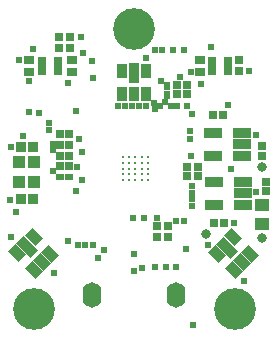
<source format=gbr>
%FSTAX25Y25*%
%MOIN*%
%SFA1B1*%

%IPPOS*%
%AMD76*
4,1,4,-0.003800,0.029600,-0.029600,0.003800,0.003800,-0.029600,0.029600,-0.003800,-0.003800,0.029600,0.0*
%
%AMD77*
4,1,4,-0.004900,0.028500,-0.028500,0.004900,0.004900,-0.028500,0.028500,-0.004900,-0.004900,0.028500,0.0*
%
%AMD78*
4,1,4,-0.011900,0.035500,-0.035500,0.011900,0.011900,-0.035500,0.035500,-0.011900,-0.011900,0.035500,0.0*
%
%ADD37C,0.024000*%
%ADD50R,0.028472X0.028472*%
%ADD51R,0.019811X0.027685*%
%ADD52R,0.028472X0.028472*%
%ADD56R,0.025716X0.029654*%
%ADD63O,0.063118X0.084772*%
%ADD64C,0.139000*%
%ADD65C,0.032000*%
%ADD68R,0.036346X0.036346*%
%ADD69R,0.039496X0.043433*%
%ADD70R,0.059181X0.035559*%
%ADD71C,0.012937*%
%ADD72R,0.033591X0.029654*%
%ADD73R,0.029654X0.025716*%
%ADD74R,0.025716X0.019811*%
%ADD75R,0.027685X0.019811*%
G04~CAMADD=76~9~0.0~0.0~365.4~473.7~0.0~0.0~0~0.0~0.0~0.0~0.0~0~0.0~0.0~0.0~0.0~0~0.0~0.0~0.0~45.0~592.0~591.0*
%ADD76D76*%
G04~CAMADD=77~9~0.0~0.0~335.9~473.7~0.0~0.0~0~0.0~0.0~0.0~0.0~0~0.0~0.0~0.0~0.0~0~0.0~0.0~0.0~45.0~570.0~569.0*
%ADD77D77*%
G04~CAMADD=78~9~0.0~0.0~335.9~670.5~0.0~0.0~0~0.0~0.0~0.0~0.0~0~0.0~0.0~0.0~0.0~0~0.0~0.0~0.0~45.0~710.0~709.0*
%ADD78D78*%
%ADD79R,0.036543X0.047370*%
%ADD80R,0.033591X0.047370*%
%ADD81R,0.033591X0.067055*%
%ADD82R,0.047370X0.043433*%
%LNdigit_soldermask_top-1*%
%LPD*%
G54D37*
X0055905Y008061D03*
X0053149Y0079527D03*
X0056049Y0078523D03*
X0050787Y0079527D03*
X00581Y0087795D03*
X0048425Y0079527D03*
X0057874D03*
X0061417D03*
X004872Y0042027D03*
X0052657Y0042126D03*
X0056889Y0042322D03*
X0037007Y0028697D03*
X00298Y0051193D03*
X0017571Y0077328D03*
X00562Y00981D03*
X00645Y00891D03*
X00737Y00332D03*
X00082Y00357D03*
X00531Y00954D03*
X00683Y0091D03*
X00353Y0094488D03*
X0032283Y00973D03*
X00108Y00949D03*
X0033Y00331D03*
X00304D03*
X00354D03*
X0068925Y0006625D03*
X00299Y0078D03*
X00354Y00887D03*
X00391Y0031416D03*
X0062204Y00983D03*
X0058661Y0098155D03*
X0065748Y0098148D03*
X00081Y0065748D03*
X00079Y0048275D03*
X00155Y00986D03*
X00273Y00871D03*
X00748Y00991D03*
X00715Y00869D03*
X00814Y0058439D03*
X00804Y0079704D03*
X00899Y00697D03*
X009Y00507D03*
X00825Y00406D03*
X0049212Y00303D03*
X0063287Y0026D03*
X00598D03*
X00272Y00345D03*
X00121Y00695D03*
X00141Y00774D03*
Y00879D03*
X00226Y00239D03*
X0031462Y0102362D03*
X00875Y0091141D03*
X008582Y00212D03*
X0032Y00641D03*
X00318Y0054724D03*
X00097Y00441D03*
X0049212Y00246D03*
X00518Y00254D03*
X00209Y00737D03*
Y00715D03*
X0059645Y0080807D03*
X0022037Y0057937D03*
X0066389Y0031889D03*
X00563Y0026D03*
X00682Y00627D03*
X00221Y00667D03*
Y00647D03*
X00437Y00794D03*
X00461D03*
X00678Y00686D03*
X00686Y00462D03*
Y0048425D03*
Y00506D03*
Y0052845D03*
X00678Y00712D03*
X0031Y00685D03*
X00686Y0077D03*
X00669Y00795D03*
X00636Y00796D03*
X0063287Y0041338D03*
X0065748D03*
X0030315Y0059055D03*
G54D50*
X007874Y0076377D03*
X007559D03*
X0079133Y0040551D03*
X0075984D03*
X0024409Y0066535D03*
X0027559D03*
X0024409Y0070078D03*
X0027559D03*
X0024409Y0062992D03*
X0027559D03*
X0024409Y0059448D03*
X0027559D03*
G54D51*
X0060236Y0083267D03*
Y0086023D03*
G54D52*
X0091732Y0066141D03*
Y0062992D03*
X00931Y0051125D03*
Y0054274D03*
X0066899Y0056115D03*
Y0059264D03*
X0070442Y0056115D03*
Y0059264D03*
X0066929Y0086614D03*
Y0083464D03*
X0063385Y0086614D03*
Y0083464D03*
G54D56*
X0060433Y003937D03*
X0056889D03*
X0060433Y00357D03*
X0056889D03*
X0024212Y0102362D03*
X0027755D03*
X0024212Y0098818D03*
X0027755D03*
G54D63*
X0063287Y0016358D03*
X0035137D03*
G54D64*
X0049212Y0105118D03*
X0015748Y001181D03*
X0082677D03*
G54D65*
X0091732Y00592D03*
X0073228Y0037D03*
X0091732Y0035632D03*
G54D68*
X0011417Y0065748D03*
X0015354D03*
X0011417Y0048425D03*
X0015354D03*
G54D69*
X0010925Y0060728D03*
Y0054232D03*
X0015846Y0060728D03*
Y0054232D03*
G54D70*
X0085039Y0062992D03*
Y0066732D03*
Y0070472D03*
X007559D03*
Y0062992D03*
X0085433Y0046653D03*
Y0050393D03*
Y0054133D03*
X0075984D03*
Y0046653D03*
G54D71*
X0053858Y0062598D03*
Y0060629D03*
Y0058661D03*
Y0056692D03*
Y0054724D03*
X0051732Y0062598D03*
Y0060629D03*
Y0058661D03*
Y0056692D03*
Y0054724D03*
X0049606Y0062598D03*
Y0060629D03*
Y0058661D03*
Y0056692D03*
Y0054724D03*
X004748Y0062598D03*
Y0060629D03*
Y0058661D03*
Y0056692D03*
Y0054724D03*
X0045354Y0062598D03*
Y0060629D03*
Y0058661D03*
Y0056692D03*
Y0054724D03*
G54D72*
X0071259Y0094881D03*
Y0090944D03*
X0028346D03*
Y0094881D03*
X0014173Y0090944D03*
Y0094881D03*
G54D73*
X0084252Y0094685D03*
Y0091141D03*
G54D74*
X0075295Y0094881D03*
Y0092913D03*
Y0090944D03*
X008061D03*
Y0092913D03*
Y0094881D03*
X0018602D03*
Y0092913D03*
Y0090944D03*
X0023917D03*
Y0092913D03*
Y0094881D03*
G54D75*
X0027362Y0055905D03*
X0024606D03*
G54D76*
X0082374Y0024711D03*
X0087873Y0030209D03*
X0076807Y0030279D03*
X0082305Y0035777D03*
X0015782Y0024782D03*
X0021281Y003028D03*
X0010215Y0030349D03*
X0015713Y0035847D03*
G54D77*
X0085124Y002746D03*
X0018531Y0027531D03*
G54D78*
X0080252Y0032332D03*
X001366Y0032402D03*
G54D79*
X0045324Y0083464D03*
X00531D03*
X0045324Y0091338D03*
X00531D03*
G54D80*
X0049212Y0083464D03*
G54D81*
X0049212Y0090354D03*
G54D82*
X0091732Y0046456D03*
Y0040157D03*
M02*
</source>
